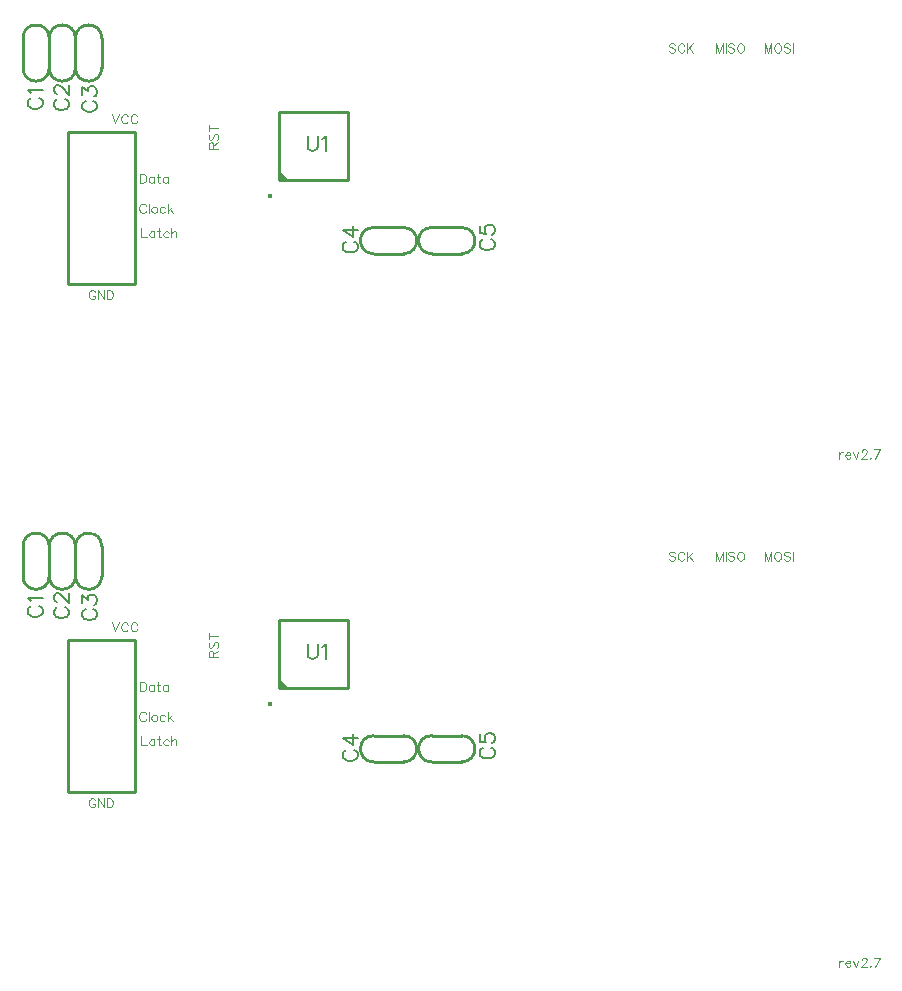
<source format=gto>
G04 DipTrace 3.3.1.1*
G04 top_silk_dendy_gamepad_Remastered_rev2.7.gto*
%MOMM*%
G04 #@! TF.FileFunction,Legend,Top*
G04 #@! TF.Part,Single*
%ADD10C,0.25*%
%ADD19C,0.11767*%
%ADD30O,0.41915X0.41612*%
%ADD55C,0.19608*%
%FSLAX35Y35*%
G04*
G71*
G90*
G75*
G01*
G04 TopSilk*
%LPD*%
X4111815Y4477247D2*
D10*
Y4731279D1*
X3889565Y4477247D2*
Y4731279D1*
X4111815D2*
G03X3889565Y4731279I-111125J-16D01*
G01*
Y4477247D2*
G03X4111815Y4477247I111125J16D01*
G01*
X4334088D2*
Y4731279D1*
X4111838Y4477247D2*
Y4731279D1*
X4334088D2*
G03X4111838Y4731279I-111125J-16D01*
G01*
Y4477247D2*
G03X4334088Y4477247I111125J16D01*
G01*
X4556362D2*
Y4731279D1*
X4334112Y4477247D2*
Y4731279D1*
X4556362D2*
G03X4334112Y4731279I-111125J-16D01*
G01*
Y4477247D2*
G03X4556362Y4477247I111125J16D01*
G01*
X7112259Y3127462D2*
X6858227D1*
X7112259Y2905212D2*
X6858227D1*
Y3127462D2*
G03X6858227Y2905212I16J-111125D01*
G01*
X7112259D2*
G03X7112259Y3127462I-16J111125D01*
G01*
X7604436D2*
X7350404D1*
X7604436Y2905212D2*
X7350404D1*
Y3127462D2*
G03X7350404Y2905212I16J-111125D01*
G01*
X7604436D2*
G03X7604436Y3127462I-16J111125D01*
G01*
X6059635Y3527406D2*
Y4107348D1*
X6639678D1*
Y3527406D1*
X6059635D1*
D30*
X5980602Y3396207D3*
G36*
X6059635Y3527406D2*
X6139627D1*
X6059635Y3607398D1*
Y3527406D1*
G37*
X4270593Y3937183D2*
D10*
X4842153D1*
Y2651173D1*
X4270593D1*
Y3937183D1*
X10799617Y1222267D2*
D19*
Y1171223D1*
Y1200367D2*
X10803323Y1211317D1*
X10810567Y1218643D1*
X10817893Y1222267D1*
X10828843D1*
X10852373Y1200367D2*
X10896090D1*
Y1207693D1*
X10892467Y1215023D1*
X10888843Y1218643D1*
X10881517Y1222267D1*
X10870567D1*
X10863323Y1218643D1*
X10855997Y1211317D1*
X10852373Y1200367D1*
Y1193123D1*
X10855997Y1182173D1*
X10863323Y1174930D1*
X10870567Y1171223D1*
X10881517D1*
X10888843Y1174930D1*
X10896090Y1182173D1*
X10919617Y1222267D2*
X10941517Y1171223D1*
X10963333Y1222267D1*
X10990570Y1229510D2*
Y1233133D1*
X10994193Y1240460D1*
X10997813Y1244080D1*
X11005143Y1247703D1*
X11019713D1*
X11026957Y1244080D1*
X11030580Y1240460D1*
X11034283Y1233133D1*
Y1225890D1*
X11030580Y1218560D1*
X11023337Y1207693D1*
X10986863Y1171223D1*
X11037907D1*
X11065060Y1178550D2*
X11061437Y1174843D1*
X11065060Y1171223D1*
X11068763Y1174843D1*
X11065060Y1178550D1*
X11106867Y1171223D2*
X11143337Y1247703D1*
X11092293D1*
X3959562Y4224635D2*
D55*
X3947489Y4218599D1*
X3935275Y4206386D1*
X3929238Y4194312D1*
Y4170026D1*
X3935275Y4157812D1*
X3947488Y4145739D1*
X3959561Y4139562D1*
X3977811Y4133526D1*
X4008275D1*
X4026385Y4139562D1*
X4038598Y4145739D1*
X4050671Y4157812D1*
X4056848Y4170026D1*
Y4194312D1*
X4050671Y4206385D1*
X4038598Y4218599D1*
X4026385Y4224635D1*
X3953665Y4263851D2*
X3947489Y4276065D1*
X3929379Y4294315D1*
X4056848Y4294314D1*
X4181835Y4213207D2*
X4169762Y4207171D1*
X4157548Y4194957D1*
X4151512Y4182884D1*
Y4158598D1*
X4157548Y4146384D1*
X4169762Y4134311D1*
X4181835Y4128134D1*
X4200085Y4122098D1*
X4230548D1*
X4248658Y4128134D1*
X4260871Y4134311D1*
X4272945Y4146384D1*
X4279121Y4158598D1*
Y4182884D1*
X4272945Y4194957D1*
X4260871Y4207171D1*
X4248658Y4213207D1*
X4181975Y4258600D2*
X4175939D1*
X4163725Y4264636D1*
X4157689Y4270673D1*
X4151652Y4282886D1*
Y4307173D1*
X4157689Y4319246D1*
X4163725Y4325283D1*
X4175939Y4331459D1*
X4188012D1*
X4200225Y4325282D1*
X4218335Y4313209D1*
X4279121Y4252423D1*
Y4337496D1*
X4419985Y4197331D2*
X4407912Y4191294D1*
X4395698Y4179081D1*
X4389662Y4167008D1*
Y4142721D1*
X4395698Y4130508D1*
X4407912Y4118435D1*
X4419985Y4112258D1*
X4438235Y4106221D1*
X4468698D1*
X4486808Y4112258D1*
X4499021Y4118435D1*
X4511095Y4130508D1*
X4517271Y4142721D1*
Y4167007D1*
X4511095Y4179081D1*
X4499021Y4191294D1*
X4486808Y4197331D1*
X4389802Y4248760D2*
Y4315442D1*
X4438375Y4279083D1*
Y4297333D1*
X4444412Y4309406D1*
X4450448Y4315442D1*
X4468698Y4321619D1*
X4480771D1*
X4499021Y4315442D1*
X4511235Y4303369D1*
X4517271Y4285119D1*
Y4266869D1*
X4511235Y4248760D1*
X4505058Y4242723D1*
X4492985Y4236546D1*
X6627568Y3007212D2*
X6615495Y3001176D1*
X6603282Y2988962D1*
X6597245Y2976889D1*
Y2952603D1*
X6603282Y2940389D1*
X6615495Y2928316D1*
X6627568Y2922139D1*
X6645818Y2916103D1*
X6676282D1*
X6694391Y2922139D1*
X6706605Y2928316D1*
X6718678Y2940389D1*
X6724855Y2952603D1*
Y2976889D1*
X6718678Y2988962D1*
X6706605Y3001176D1*
X6694391Y3007212D1*
X6724855Y3107214D2*
X6597386Y3107215D1*
X6682318Y3046428D1*
Y3137538D1*
X7786565Y3026107D2*
X7774492Y3020071D1*
X7762278Y3007857D1*
X7756242Y2995784D1*
Y2971498D1*
X7762278Y2959284D1*
X7774492Y2947211D1*
X7786565Y2941034D1*
X7804815Y2934998D1*
X7835278D1*
X7853388Y2941034D1*
X7865601Y2947211D1*
X7877675Y2959284D1*
X7883851Y2971498D1*
Y2995784D1*
X7877675Y3007857D1*
X7865601Y3020071D1*
X7853388Y3026107D1*
X7756382Y3138183D2*
Y3077536D1*
X7810992Y3071500D1*
X7804955Y3077536D1*
X7798778Y3095786D1*
Y3113896D1*
X7804955Y3132146D1*
X7817028Y3144359D1*
X7835278Y3150396D1*
X7847351D1*
X7865601Y3144359D1*
X7877815Y3132146D1*
X7883851Y3113896D1*
Y3095786D1*
X7877815Y3077536D1*
X7871638Y3071500D1*
X7859565Y3065323D1*
X6299034Y3905050D2*
Y3813940D1*
X6305070Y3795690D1*
X6317284Y3783617D1*
X6335534Y3777440D1*
X6347607D1*
X6365857Y3783617D1*
X6378070Y3795690D1*
X6384107Y3813940D1*
Y3905050D1*
X6423323Y3880623D2*
X6435536Y3886800D1*
X6453786Y3904910D1*
Y3777440D1*
X4641639Y4085982D2*
D19*
X4670783Y4009416D1*
X4699927Y4085982D1*
X4778122Y4067788D2*
X4774500Y4075032D1*
X4767172Y4082360D1*
X4759928Y4085982D1*
X4745356D1*
X4738028Y4082360D1*
X4730784Y4075032D1*
X4727078Y4067788D1*
X4723456Y4056838D1*
Y4038560D1*
X4727078Y4027694D1*
X4730784Y4020366D1*
X4738028Y4013122D1*
X4745356Y4009416D1*
X4759928D1*
X4767172Y4013122D1*
X4774500Y4020366D1*
X4778122Y4027694D1*
X4856317Y4067788D2*
X4852695Y4075032D1*
X4845367Y4082360D1*
X4838123Y4085982D1*
X4823551D1*
X4816223Y4082360D1*
X4808979Y4075032D1*
X4805273Y4067788D1*
X4801651Y4056838D1*
Y4038560D1*
X4805273Y4027694D1*
X4808979Y4020366D1*
X4816223Y4013122D1*
X4823551Y4009416D1*
X4838123D1*
X4845367Y4013122D1*
X4852695Y4020366D1*
X4856317Y4027694D1*
X4879789Y3581658D2*
Y3505093D1*
X4905311D1*
X4916261Y3508799D1*
X4923589Y3516043D1*
X4927211Y3523371D1*
X4930833Y3534236D1*
Y3552514D1*
X4927211Y3563464D1*
X4923589Y3570708D1*
X4916261Y3578036D1*
X4905311Y3581658D1*
X4879789D1*
X4998078Y3556136D2*
Y3505093D1*
Y3545186D2*
X4990834Y3552514D1*
X4983506Y3556136D1*
X4972640D1*
X4965312Y3552514D1*
X4958068Y3545186D1*
X4954362Y3534236D1*
Y3526993D1*
X4958068Y3516043D1*
X4965312Y3508799D1*
X4972640Y3505093D1*
X4983506D1*
X4990834Y3508799D1*
X4998078Y3516043D1*
X5032557Y3581658D2*
Y3519664D1*
X5036179Y3508799D1*
X5043507Y3505093D1*
X5050751D1*
X5021607Y3556136D2*
X5047129D1*
X5117996D2*
Y3505093D1*
Y3545186D2*
X5110753Y3552514D1*
X5103425Y3556136D1*
X5092559D1*
X5085231Y3552514D1*
X5077987Y3545186D1*
X5074281Y3534236D1*
Y3526993D1*
X5077987Y3516043D1*
X5085231Y3508799D1*
X5092559Y3505093D1*
X5103425D1*
X5110753Y3508799D1*
X5117996Y3516043D1*
X4930725Y3309438D2*
X4927103Y3316682D1*
X4919775Y3324010D1*
X4912531Y3327632D1*
X4897959D1*
X4890631Y3324010D1*
X4883387Y3316682D1*
X4879681Y3309438D1*
X4876059Y3298488D1*
Y3280210D1*
X4879681Y3269344D1*
X4883387Y3262016D1*
X4890631Y3254772D1*
X4897959Y3251066D1*
X4912531D1*
X4919775Y3254772D1*
X4927103Y3262016D1*
X4930725Y3269344D1*
X4954254Y3327632D2*
Y3251066D1*
X4995977Y3302110D2*
X4988734Y3298488D1*
X4981406Y3291160D1*
X4977784Y3280210D1*
Y3272966D1*
X4981406Y3262016D1*
X4988734Y3254772D1*
X4995977Y3251066D1*
X5006927D1*
X5014256Y3254772D1*
X5021499Y3262016D1*
X5025206Y3272966D1*
Y3280210D1*
X5021499Y3291160D1*
X5014256Y3298488D1*
X5006927Y3302110D1*
X4995977D1*
X5092535Y3291160D2*
X5085207Y3298488D1*
X5077879Y3302110D1*
X5067013D1*
X5059685Y3298488D1*
X5052441Y3291160D1*
X5048735Y3280210D1*
Y3272966D1*
X5052441Y3262016D1*
X5059685Y3254772D1*
X5067013Y3251066D1*
X5077879D1*
X5085207Y3254772D1*
X5092535Y3262016D1*
X5116064Y3327632D2*
Y3251066D1*
X5152536Y3302110D2*
X5116064Y3265638D1*
X5130636Y3280210D2*
X5156158Y3251066D1*
X4502055Y2579111D2*
X4498433Y2586355D1*
X4491105Y2593683D1*
X4483861Y2597305D1*
X4469289D1*
X4461961Y2593683D1*
X4454717Y2586355D1*
X4451011Y2579111D1*
X4447389Y2568161D1*
Y2549883D1*
X4451011Y2539017D1*
X4454717Y2531689D1*
X4461961Y2524445D1*
X4469289Y2520739D1*
X4483861D1*
X4491105Y2524445D1*
X4498433Y2531689D1*
X4502055Y2539017D1*
Y2549883D1*
X4483861D1*
X4576628Y2597305D2*
Y2520739D1*
X4525584Y2597305D1*
Y2520739D1*
X4600157Y2597305D2*
Y2520739D1*
X4625679D1*
X4636629Y2524445D1*
X4643957Y2531689D1*
X4647579Y2539017D1*
X4651201Y2549883D1*
Y2568161D1*
X4647579Y2579111D1*
X4643957Y2586355D1*
X4636629Y2593683D1*
X4625679Y2597305D1*
X4600157D1*
X4891936Y3121235D2*
Y3044669D1*
X4935651D1*
X5002897Y3095713D2*
Y3044669D1*
Y3084763D2*
X4995653Y3092091D1*
X4988325Y3095713D1*
X4977459D1*
X4970131Y3092091D1*
X4962887Y3084763D1*
X4959181Y3073813D1*
Y3066569D1*
X4962887Y3055619D1*
X4970131Y3048375D1*
X4977459Y3044669D1*
X4988325D1*
X4995653Y3048375D1*
X5002897Y3055619D1*
X5037376Y3121235D2*
Y3059241D1*
X5040998Y3048375D1*
X5048326Y3044669D1*
X5055570D1*
X5026426Y3095713D2*
X5051948D1*
X5122899Y3084763D2*
X5115571Y3092091D1*
X5108243Y3095713D1*
X5097377D1*
X5090049Y3092091D1*
X5082805Y3084763D1*
X5079099Y3073813D1*
Y3066569D1*
X5082805Y3055619D1*
X5090049Y3048375D1*
X5097377Y3044669D1*
X5108243D1*
X5115571Y3048375D1*
X5122899Y3055619D1*
X5146429Y3121235D2*
Y3044669D1*
Y3081141D2*
X5157379Y3092091D1*
X5164707Y3095713D1*
X5175657D1*
X5182901Y3092091D1*
X5186523Y3081141D1*
Y3044669D1*
X9411400Y4674115D2*
X9404156Y4681443D1*
X9393206Y4685065D1*
X9378634D1*
X9367684Y4681443D1*
X9360356Y4674115D1*
Y4666871D1*
X9364062Y4659543D1*
X9367684Y4655921D1*
X9374928Y4652299D1*
X9396828Y4644971D1*
X9404156Y4641349D1*
X9407778Y4637643D1*
X9411400Y4630399D1*
Y4619449D1*
X9404156Y4612205D1*
X9393206Y4608499D1*
X9378634D1*
X9367684Y4612205D1*
X9360356Y4619449D1*
X9489595Y4666871D2*
X9485973Y4674115D1*
X9478645Y4681443D1*
X9471401Y4685065D1*
X9456829D1*
X9449501Y4681443D1*
X9442257Y4674115D1*
X9438551Y4666871D1*
X9434929Y4655921D1*
Y4637643D1*
X9438551Y4626777D1*
X9442257Y4619449D1*
X9449501Y4612205D1*
X9456829Y4608499D1*
X9471401D1*
X9478645Y4612205D1*
X9485973Y4619449D1*
X9489595Y4626777D1*
X9513124Y4685065D2*
Y4608499D1*
X9564168Y4685065D2*
X9513124Y4634021D1*
X9531318Y4652299D2*
X9564168Y4608499D1*
X10227033D2*
Y4685065D1*
X10197890Y4608499D1*
X10168746Y4685065D1*
Y4608499D1*
X10272463Y4685065D2*
X10265135Y4681443D1*
X10257891Y4674115D1*
X10254185Y4666871D1*
X10250563Y4655921D1*
Y4637643D1*
X10254185Y4626777D1*
X10257891Y4619449D1*
X10265135Y4612205D1*
X10272463Y4608499D1*
X10287035D1*
X10294279Y4612205D1*
X10301607Y4619449D1*
X10305229Y4626777D1*
X10308850Y4637643D1*
Y4655921D1*
X10305229Y4666871D1*
X10301607Y4674115D1*
X10294279Y4681443D1*
X10287035Y4685065D1*
X10272463D1*
X10383424Y4674115D2*
X10376180Y4681443D1*
X10365230Y4685065D1*
X10350658D1*
X10339708Y4681443D1*
X10332380Y4674115D1*
Y4666871D1*
X10336086Y4659543D1*
X10339708Y4655921D1*
X10346952Y4652299D1*
X10368852Y4644971D1*
X10376180Y4641349D1*
X10379802Y4637643D1*
X10383424Y4630399D1*
Y4619449D1*
X10376180Y4612205D1*
X10365230Y4608499D1*
X10350658D1*
X10339708Y4612205D1*
X10332380Y4619449D1*
X10406953Y4685065D2*
Y4608499D1*
X9814240D2*
Y4685065D1*
X9785096Y4608499D1*
X9755952Y4685065D1*
Y4608499D1*
X9837769Y4685065D2*
Y4608499D1*
X9912343Y4674115D2*
X9905099Y4681443D1*
X9894149Y4685065D1*
X9879577D1*
X9868627Y4681443D1*
X9861299Y4674115D1*
Y4666871D1*
X9865005Y4659543D1*
X9868627Y4655921D1*
X9875871Y4652299D1*
X9897771Y4644971D1*
X9905099Y4641349D1*
X9908721Y4637643D1*
X9912343Y4630399D1*
Y4619449D1*
X9905099Y4612205D1*
X9894149Y4608499D1*
X9879577D1*
X9868627Y4612205D1*
X9861299Y4619449D1*
X9957772Y4685065D2*
X9950444Y4681443D1*
X9943200Y4674115D1*
X9939494Y4666871D1*
X9935872Y4655921D1*
Y4637643D1*
X9939494Y4626777D1*
X9943200Y4619449D1*
X9950444Y4612205D1*
X9957772Y4608499D1*
X9972344D1*
X9979588Y4612205D1*
X9986916Y4619449D1*
X9990538Y4626777D1*
X9994160Y4637643D1*
Y4655921D1*
X9990538Y4666871D1*
X9986916Y4674115D1*
X9979588Y4681443D1*
X9972344Y4685065D1*
X9957772D1*
X5500760Y3795893D2*
Y3828658D1*
X5497054Y3839608D1*
X5493432Y3843315D1*
X5486189Y3846936D1*
X5478860D1*
X5471617Y3843315D1*
X5467910Y3839608D1*
X5464288Y3828658D1*
Y3795893D1*
X5540854D1*
X5500760Y3821415D2*
X5540854Y3846936D1*
X5475239Y3921510D2*
X5467910Y3914266D1*
X5464289Y3903316D1*
Y3888744D1*
X5467910Y3877794D1*
X5475239Y3870466D1*
X5482482D1*
X5489810Y3874172D1*
X5493432Y3877794D1*
X5497054Y3885038D1*
X5504382Y3906938D1*
X5508004Y3914266D1*
X5511710Y3917888D1*
X5518954Y3921510D1*
X5529904Y3921509D1*
X5537148Y3914266D1*
X5540854Y3903316D1*
Y3888744D1*
X5537148Y3877794D1*
X5529904Y3870466D1*
X5464289Y3970561D2*
X5540854D1*
X5464289Y3945039D2*
Y3996083D1*
X4111815Y8779824D2*
D10*
Y9033856D1*
X3889565Y8779824D2*
Y9033856D1*
X4111815D2*
G03X3889565Y9033856I-111125J-16D01*
G01*
Y8779824D2*
G03X4111815Y8779824I111125J16D01*
G01*
X4334088D2*
Y9033856D1*
X4111838Y8779824D2*
Y9033856D1*
X4334088D2*
G03X4111838Y9033856I-111125J-16D01*
G01*
Y8779824D2*
G03X4334088Y8779824I111125J16D01*
G01*
X4556362D2*
Y9033856D1*
X4334112Y8779824D2*
Y9033856D1*
X4556362D2*
G03X4334112Y9033856I-111125J-16D01*
G01*
Y8779824D2*
G03X4556362Y8779824I111125J16D01*
G01*
X7112259Y7430038D2*
X6858227D1*
X7112259Y7207788D2*
X6858227D1*
Y7430038D2*
G03X6858227Y7207788I16J-111125D01*
G01*
X7112259D2*
G03X7112259Y7430038I-16J111125D01*
G01*
X7604436D2*
X7350404D1*
X7604436Y7207788D2*
X7350404D1*
Y7430038D2*
G03X7350404Y7207788I16J-111125D01*
G01*
X7604436D2*
G03X7604436Y7430038I-16J111125D01*
G01*
X6059635Y7829982D2*
Y8409924D1*
X6639678D1*
Y7829982D1*
X6059635D1*
D30*
X5980602Y7698783D3*
G36*
X6059635Y7829982D2*
X6139627D1*
X6059635Y7909974D1*
Y7829982D1*
G37*
X4270593Y8239760D2*
D10*
X4842153D1*
Y6953750D1*
X4270593D1*
Y8239760D1*
X10799617Y5524843D2*
D19*
Y5473800D1*
Y5502943D2*
X10803323Y5513893D1*
X10810567Y5521220D1*
X10817893Y5524843D1*
X10828843D1*
X10852373Y5502943D2*
X10896090D1*
Y5510270D1*
X10892467Y5517600D1*
X10888843Y5521220D1*
X10881517Y5524843D1*
X10870567D1*
X10863323Y5521220D1*
X10855997Y5513893D1*
X10852373Y5502943D1*
Y5495700D1*
X10855997Y5484750D1*
X10863323Y5477507D1*
X10870567Y5473800D1*
X10881517D1*
X10888843Y5477507D1*
X10896090Y5484750D1*
X10919617Y5524843D2*
X10941517Y5473800D1*
X10963333Y5524843D1*
X10990570Y5532087D2*
Y5535710D1*
X10994193Y5543037D1*
X10997813Y5546657D1*
X11005143Y5550280D1*
X11019713D1*
X11026957Y5546657D1*
X11030580Y5543037D1*
X11034283Y5535710D1*
Y5528467D1*
X11030580Y5521137D1*
X11023337Y5510270D1*
X10986863Y5473800D1*
X11037907D1*
X11065060Y5481127D2*
X11061437Y5477420D1*
X11065060Y5473800D1*
X11068763Y5477420D1*
X11065060Y5481127D1*
X11106867Y5473800D2*
X11143337Y5550280D1*
X11092293D1*
X3959562Y8527212D2*
D55*
X3947489Y8521176D1*
X3935275Y8508962D1*
X3929238Y8496889D1*
Y8472603D1*
X3935275Y8460389D1*
X3947488Y8448316D1*
X3959561Y8442139D1*
X3977811Y8436103D1*
X4008275D1*
X4026385Y8442139D1*
X4038598Y8448316D1*
X4050671Y8460389D1*
X4056848Y8472602D1*
Y8496889D1*
X4050671Y8508962D1*
X4038598Y8521175D1*
X4026385Y8527212D1*
X3953665Y8566428D2*
X3947489Y8578641D1*
X3929379Y8596891D1*
X4056848D1*
X4181835Y8515784D2*
X4169762Y8509747D1*
X4157548Y8497534D1*
X4151512Y8485461D1*
Y8461174D1*
X4157548Y8448961D1*
X4169762Y8436888D1*
X4181835Y8430711D1*
X4200085Y8424674D1*
X4230548D1*
X4248658Y8430711D1*
X4260871Y8436888D1*
X4272945Y8448961D1*
X4279121Y8461174D1*
Y8485461D1*
X4272945Y8497534D1*
X4260871Y8509747D1*
X4248658Y8515784D1*
X4181975Y8561177D2*
X4175939D1*
X4163725Y8567213D1*
X4157689Y8573250D1*
X4151652Y8585463D1*
Y8609750D1*
X4157689Y8621823D1*
X4163725Y8627859D1*
X4175939Y8634036D1*
X4188012D1*
X4200225Y8627859D1*
X4218335Y8615786D1*
X4279121Y8554999D1*
Y8640073D1*
X4419985Y8499907D2*
X4407912Y8493871D1*
X4395698Y8481657D1*
X4389662Y8469584D1*
Y8445298D1*
X4395698Y8433084D1*
X4407912Y8421011D1*
X4419985Y8414834D1*
X4438235Y8408798D1*
X4468698D1*
X4486808Y8414834D1*
X4499021Y8421011D1*
X4511095Y8433084D1*
X4517271Y8445298D1*
Y8469584D1*
X4511095Y8481657D1*
X4499021Y8493871D1*
X4486808Y8499907D1*
X4389802Y8551336D2*
Y8618019D1*
X4438375Y8581659D1*
Y8599909D1*
X4444412Y8611982D1*
X4450448Y8618019D1*
X4468698Y8624196D1*
X4480771D1*
X4499021Y8618019D1*
X4511235Y8605946D1*
X4517271Y8587696D1*
Y8569446D1*
X4511235Y8551336D1*
X4505058Y8545300D1*
X4492985Y8539123D1*
X6627568Y7309789D2*
X6615495Y7303753D1*
X6603282Y7291539D1*
X6597245Y7279466D1*
Y7255180D1*
X6603282Y7242966D1*
X6615495Y7230893D1*
X6627568Y7224716D1*
X6645818Y7218680D1*
X6676282D1*
X6694391Y7224716D1*
X6706605Y7230893D1*
X6718678Y7242966D1*
X6724855Y7255179D1*
Y7279466D1*
X6718678Y7291539D1*
X6706605Y7303752D1*
X6694391Y7309789D1*
X6724855Y7409791D2*
X6597386D1*
X6682318Y7349005D1*
Y7440114D1*
X7786565Y7328684D2*
X7774492Y7322647D1*
X7762278Y7310434D1*
X7756242Y7298361D1*
Y7274074D1*
X7762278Y7261861D1*
X7774492Y7249788D1*
X7786565Y7243611D1*
X7804815Y7237574D1*
X7835278D1*
X7853388Y7243611D1*
X7865601Y7249788D1*
X7877675Y7261861D1*
X7883851Y7274074D1*
Y7298361D1*
X7877675Y7310434D1*
X7865601Y7322647D1*
X7853388Y7328684D1*
X7756382Y7440759D2*
Y7380113D1*
X7810992Y7374077D1*
X7804955Y7380113D1*
X7798778Y7398363D1*
Y7416473D1*
X7804955Y7434723D1*
X7817028Y7446936D1*
X7835278Y7452973D1*
X7847351D1*
X7865601Y7446936D1*
X7877815Y7434723D1*
X7883851Y7416473D1*
Y7398363D1*
X7877815Y7380113D1*
X7871638Y7374076D1*
X7859565Y7367900D1*
X6299034Y8207627D2*
Y8116517D1*
X6305070Y8098267D1*
X6317284Y8086194D1*
X6335534Y8080017D1*
X6347607D1*
X6365857Y8086194D1*
X6378070Y8098267D1*
X6384107Y8116517D1*
Y8207627D1*
X6423323Y8183200D2*
X6435536Y8189377D1*
X6453786Y8207486D1*
Y8080017D1*
X4641639Y8388558D2*
D19*
X4670783Y8311993D1*
X4699927Y8388558D1*
X4778122Y8370364D2*
X4774500Y8377608D1*
X4767172Y8384936D1*
X4759928Y8388558D1*
X4745356D1*
X4738028Y8384936D1*
X4730784Y8377608D1*
X4727078Y8370364D1*
X4723456Y8359414D1*
Y8341136D1*
X4727078Y8330271D1*
X4730784Y8322943D1*
X4738028Y8315699D1*
X4745356Y8311993D1*
X4759928D1*
X4767172Y8315699D1*
X4774500Y8322943D1*
X4778122Y8330271D1*
X4856317Y8370364D2*
X4852695Y8377608D1*
X4845367Y8384936D1*
X4838123Y8388558D1*
X4823551D1*
X4816223Y8384936D1*
X4808979Y8377608D1*
X4805273Y8370364D1*
X4801651Y8359414D1*
Y8341136D1*
X4805273Y8330271D1*
X4808979Y8322943D1*
X4816223Y8315699D1*
X4823551Y8311993D1*
X4838123D1*
X4845367Y8315699D1*
X4852695Y8322943D1*
X4856317Y8330271D1*
X4879789Y7884235D2*
Y7807669D1*
X4905311D1*
X4916261Y7811375D1*
X4923589Y7818619D1*
X4927211Y7825947D1*
X4930833Y7836813D1*
Y7855091D1*
X4927211Y7866041D1*
X4923589Y7873285D1*
X4916261Y7880613D1*
X4905311Y7884235D1*
X4879789D1*
X4998078Y7858713D2*
Y7807669D1*
Y7847763D2*
X4990834Y7855091D1*
X4983506Y7858713D1*
X4972640D1*
X4965312Y7855091D1*
X4958068Y7847763D1*
X4954362Y7836813D1*
Y7829569D1*
X4958068Y7818619D1*
X4965312Y7811375D1*
X4972640Y7807669D1*
X4983506D1*
X4990834Y7811375D1*
X4998078Y7818619D1*
X5032557Y7884235D2*
Y7822241D1*
X5036179Y7811375D1*
X5043507Y7807669D1*
X5050751D1*
X5021607Y7858713D2*
X5047129D1*
X5117996D2*
Y7807669D1*
Y7847763D2*
X5110753Y7855091D1*
X5103425Y7858713D1*
X5092559D1*
X5085231Y7855091D1*
X5077987Y7847763D1*
X5074281Y7836813D1*
Y7829569D1*
X5077987Y7818619D1*
X5085231Y7811375D1*
X5092559Y7807669D1*
X5103425D1*
X5110753Y7811375D1*
X5117996Y7818619D1*
X4930725Y7612014D2*
X4927103Y7619258D1*
X4919775Y7626586D1*
X4912531Y7630208D1*
X4897959D1*
X4890631Y7626586D1*
X4883387Y7619258D1*
X4879681Y7612014D1*
X4876059Y7601064D1*
Y7582786D1*
X4879681Y7571921D1*
X4883387Y7564593D1*
X4890631Y7557349D1*
X4897959Y7553643D1*
X4912531D1*
X4919775Y7557349D1*
X4927103Y7564593D1*
X4930725Y7571921D1*
X4954254Y7630208D2*
Y7553643D1*
X4995977Y7604686D2*
X4988734Y7601064D1*
X4981406Y7593736D1*
X4977784Y7582786D1*
Y7575543D1*
X4981406Y7564593D1*
X4988734Y7557349D1*
X4995977Y7553643D1*
X5006927D1*
X5014256Y7557349D1*
X5021499Y7564593D1*
X5025206Y7575543D1*
Y7582786D1*
X5021499Y7593736D1*
X5014256Y7601064D1*
X5006927Y7604686D1*
X4995977D1*
X5092535Y7593736D2*
X5085207Y7601064D1*
X5077879Y7604686D1*
X5067013D1*
X5059685Y7601064D1*
X5052441Y7593736D1*
X5048735Y7582786D1*
Y7575543D1*
X5052441Y7564593D1*
X5059685Y7557349D1*
X5067013Y7553643D1*
X5077879D1*
X5085207Y7557349D1*
X5092535Y7564593D1*
X5116064Y7630208D2*
Y7553643D1*
X5152536Y7604686D2*
X5116064Y7568214D1*
X5130636Y7582786D2*
X5156158Y7553643D1*
X4502055Y6881688D2*
X4498433Y6888932D1*
X4491105Y6896260D1*
X4483861Y6899882D1*
X4469289D1*
X4461961Y6896260D1*
X4454717Y6888932D1*
X4451011Y6881688D1*
X4447389Y6870738D1*
Y6852460D1*
X4451011Y6841594D1*
X4454717Y6834266D1*
X4461961Y6827022D1*
X4469289Y6823316D1*
X4483861D1*
X4491105Y6827022D1*
X4498433Y6834266D1*
X4502055Y6841594D1*
Y6852460D1*
X4483861D1*
X4576628Y6899882D2*
Y6823316D1*
X4525584Y6899882D1*
Y6823316D1*
X4600157Y6899882D2*
Y6823316D1*
X4625679D1*
X4636629Y6827022D1*
X4643957Y6834266D1*
X4647579Y6841594D1*
X4651201Y6852460D1*
Y6870738D1*
X4647579Y6881688D1*
X4643957Y6888932D1*
X4636629Y6896260D1*
X4625679Y6899882D1*
X4600157D1*
X4891936Y7423812D2*
Y7347246D1*
X4935651D1*
X5002897Y7398290D2*
Y7347246D1*
Y7387340D2*
X4995653Y7394668D1*
X4988325Y7398290D1*
X4977459D1*
X4970131Y7394668D1*
X4962887Y7387340D1*
X4959181Y7376390D1*
Y7369146D1*
X4962887Y7358196D1*
X4970131Y7350952D1*
X4977459Y7347246D1*
X4988325D1*
X4995653Y7350952D1*
X5002897Y7358196D1*
X5037376Y7423812D2*
Y7361818D1*
X5040998Y7350952D1*
X5048326Y7347246D1*
X5055570D1*
X5026426Y7398290D2*
X5051948D1*
X5122899Y7387340D2*
X5115571Y7394668D1*
X5108243Y7398290D1*
X5097377D1*
X5090049Y7394668D1*
X5082805Y7387340D1*
X5079099Y7376390D1*
Y7369146D1*
X5082805Y7358196D1*
X5090049Y7350952D1*
X5097377Y7347246D1*
X5108243D1*
X5115571Y7350952D1*
X5122899Y7358196D1*
X5146429Y7423812D2*
Y7347246D1*
Y7383718D2*
X5157379Y7394668D1*
X5164707Y7398290D1*
X5175657D1*
X5182901Y7394668D1*
X5186523Y7383718D1*
Y7347246D1*
X9411400Y8976692D2*
X9404156Y8984020D1*
X9393206Y8987642D1*
X9378634D1*
X9367684Y8984020D1*
X9360356Y8976692D1*
Y8969448D1*
X9364062Y8962120D1*
X9367684Y8958498D1*
X9374928Y8954876D1*
X9396828Y8947548D1*
X9404156Y8943926D1*
X9407778Y8940220D1*
X9411400Y8932976D1*
Y8922026D1*
X9404156Y8914782D1*
X9393206Y8911076D1*
X9378634D1*
X9367684Y8914782D1*
X9360356Y8922026D1*
X9489595Y8969448D2*
X9485973Y8976692D1*
X9478645Y8984020D1*
X9471401Y8987642D1*
X9456829D1*
X9449501Y8984020D1*
X9442257Y8976692D1*
X9438551Y8969448D1*
X9434929Y8958498D1*
Y8940220D1*
X9438551Y8929354D1*
X9442257Y8922026D1*
X9449501Y8914782D1*
X9456829Y8911076D1*
X9471401D1*
X9478645Y8914782D1*
X9485973Y8922026D1*
X9489595Y8929354D1*
X9513124Y8987642D2*
Y8911076D1*
X9564168Y8987642D2*
X9513124Y8936598D1*
X9531318Y8954876D2*
X9564168Y8911076D1*
X10227033D2*
Y8987642D1*
X10197890Y8911076D1*
X10168746Y8987642D1*
Y8911076D1*
X10272463Y8987642D2*
X10265135Y8984020D1*
X10257891Y8976692D1*
X10254185Y8969448D1*
X10250563Y8958498D1*
Y8940220D1*
X10254185Y8929354D1*
X10257891Y8922026D1*
X10265135Y8914782D1*
X10272463Y8911076D1*
X10287035D1*
X10294279Y8914782D1*
X10301607Y8922026D1*
X10305229Y8929354D1*
X10308850Y8940220D1*
Y8958498D1*
X10305229Y8969448D1*
X10301607Y8976692D1*
X10294279Y8984020D1*
X10287035Y8987642D1*
X10272463D1*
X10383424Y8976692D2*
X10376180Y8984020D1*
X10365230Y8987642D1*
X10350658D1*
X10339708Y8984020D1*
X10332380Y8976692D1*
Y8969448D1*
X10336086Y8962120D1*
X10339708Y8958498D1*
X10346952Y8954876D1*
X10368852Y8947548D1*
X10376180Y8943926D1*
X10379802Y8940220D1*
X10383424Y8932976D1*
Y8922026D1*
X10376180Y8914782D1*
X10365230Y8911076D1*
X10350658D1*
X10339708Y8914782D1*
X10332380Y8922026D1*
X10406953Y8987642D2*
Y8911076D1*
X9814240D2*
Y8987642D1*
X9785096Y8911076D1*
X9755952Y8987642D1*
Y8911076D1*
X9837769Y8987642D2*
Y8911076D1*
X9912343Y8976692D2*
X9905099Y8984020D1*
X9894149Y8987642D1*
X9879577D1*
X9868627Y8984020D1*
X9861299Y8976692D1*
Y8969448D1*
X9865005Y8962120D1*
X9868627Y8958498D1*
X9875871Y8954876D1*
X9897771Y8947548D1*
X9905099Y8943926D1*
X9908721Y8940220D1*
X9912343Y8932976D1*
Y8922026D1*
X9905099Y8914782D1*
X9894149Y8911076D1*
X9879577D1*
X9868627Y8914782D1*
X9861299Y8922026D1*
X9957772Y8987642D2*
X9950444Y8984020D1*
X9943200Y8976692D1*
X9939494Y8969448D1*
X9935872Y8958498D1*
Y8940220D1*
X9939494Y8929354D1*
X9943200Y8922026D1*
X9950444Y8914782D1*
X9957772Y8911076D1*
X9972344D1*
X9979588Y8914782D1*
X9986916Y8922026D1*
X9990538Y8929354D1*
X9994160Y8940220D1*
Y8958498D1*
X9990538Y8969448D1*
X9986916Y8976692D1*
X9979588Y8984020D1*
X9972344Y8987642D1*
X9957772D1*
X5500760Y8098469D2*
Y8131235D1*
X5497054Y8142185D1*
X5493432Y8145891D1*
X5486189Y8149513D1*
X5478860D1*
X5471617Y8145891D1*
X5467910Y8142185D1*
X5464288Y8131235D1*
Y8098469D1*
X5540854D1*
X5500760Y8123991D2*
X5540854Y8149513D1*
X5475239Y8224086D2*
X5467910Y8216842D1*
X5464289Y8205892D1*
Y8191321D1*
X5467910Y8180371D1*
X5475239Y8173042D1*
X5482482D1*
X5489810Y8176749D1*
X5493432Y8180371D1*
X5497054Y8187614D1*
X5504382Y8209514D1*
X5508004Y8216842D1*
X5511710Y8220464D1*
X5518954Y8224086D1*
X5529904D1*
X5537148Y8216842D1*
X5540854Y8205892D1*
Y8191320D1*
X5537148Y8180370D1*
X5529904Y8173042D1*
X5464289Y8273138D2*
X5540854Y8273137D1*
X5464289Y8247616D2*
Y8298659D1*
M02*

</source>
